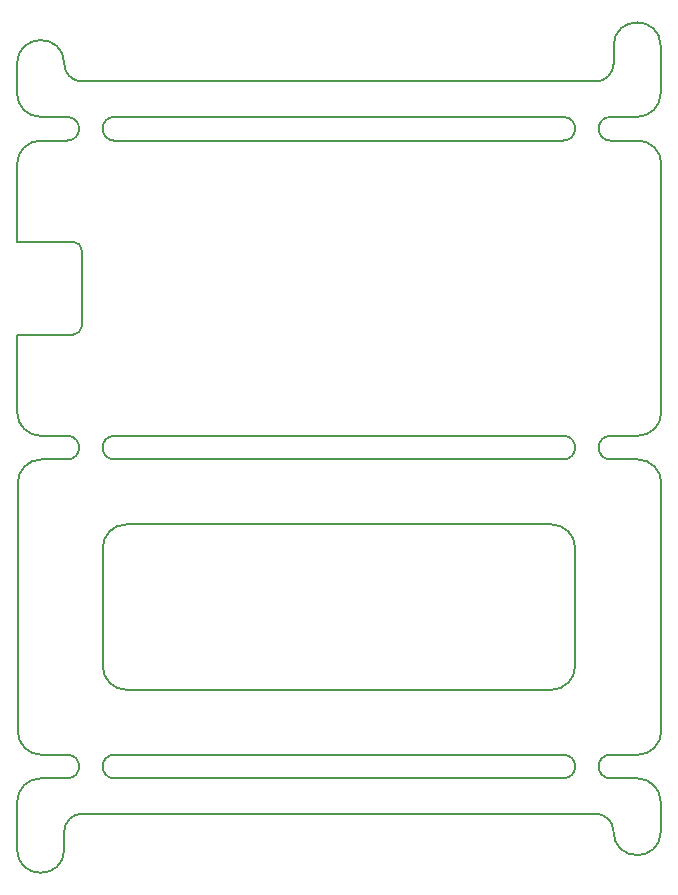
<source format=gko>
G04 #@! TF.GenerationSoftware,KiCad,Pcbnew,(5.1.4-0-10_14)*
G04 #@! TF.CreationDate,2019-11-04T12:37:15+13:00*
G04 #@! TF.ProjectId,rng-pcb,726e672d-7063-4622-9e6b-696361645f70,rev?*
G04 #@! TF.SameCoordinates,PX7bfa480PY77afa60*
G04 #@! TF.FileFunction,Profile,NP*
%FSLAX46Y46*%
G04 Gerber Fmt 4.6, Leading zero omitted, Abs format (unit mm)*
G04 Created by KiCad (PCBNEW (5.1.4-0-10_14)) date 2019-11-04 12:37:15*
%MOMM*%
%LPD*%
G04 APERTURE LIST*
%ADD10C,0.150000*%
G04 APERTURE END LIST*
D10*
X55200000Y70500000D02*
X55200000Y66500000D01*
X6200000Y67500000D02*
G75*
G02X4700000Y69000000I0J1500000D01*
G01*
X51200000Y69000000D02*
G75*
G02X49700000Y67500000I-1500000J0D01*
G01*
X51200000Y70500000D02*
X51200000Y69000000D01*
X51200000Y70500000D02*
G75*
G02X55200000Y70500000I2000000J0D01*
G01*
X2700000Y64500000D02*
G75*
G02X700000Y66500000I0J2000000D01*
G01*
X700000Y69000000D02*
G75*
G02X4700000Y69000000I2000000J0D01*
G01*
X55200000Y66500000D02*
G75*
G02X53200000Y64500000I-2000000J0D01*
G01*
X49700000Y67500000D02*
X6200000Y67500000D01*
X700000Y69000000D02*
X700000Y66500000D01*
X55200000Y4000000D02*
X55200000Y6500000D01*
X50950000Y64500000D02*
X53200000Y64500000D01*
X2700000Y64500000D02*
X4950000Y64500000D01*
X2700000Y8500000D02*
X4950000Y8500000D01*
X50950000Y8500000D02*
X53200000Y8500000D01*
X50950000Y10500000D02*
X53250000Y10500000D01*
X4950000Y10500000D02*
X2750000Y10500000D01*
X2700000Y37500000D02*
X4950000Y37500000D01*
X4950000Y35500000D02*
X2750000Y35500000D01*
X50950000Y35500000D02*
X53250000Y35500000D01*
X53250000Y37500000D02*
X50950000Y37500000D01*
X50950000Y62500000D02*
X53250000Y62500000D01*
X4950000Y62500000D02*
X2700000Y62500000D01*
X4700000Y2500000D02*
X4700000Y4000000D01*
X4700000Y4000000D02*
G75*
G02X6200000Y5500000I1500000J0D01*
G01*
X49700000Y5500000D02*
G75*
G02X51200000Y4000000I0J-1500000D01*
G01*
X700000Y2500000D02*
X700000Y6500000D01*
X6200000Y5500000D02*
X49700000Y5500000D01*
X700000Y6500000D02*
G75*
G02X2700000Y8500000I2000000J0D01*
G01*
X53200000Y8500000D02*
G75*
G02X55200000Y6500000I0J-2000000D01*
G01*
X55200000Y4000000D02*
G75*
G02X51200000Y4000000I-2000000J0D01*
G01*
X4700000Y2500000D02*
G75*
G02X700000Y2500000I-2000000J0D01*
G01*
X5400000Y53950000D02*
X700000Y53950000D01*
X700000Y60500000D02*
X700000Y53950000D01*
X700000Y46050000D02*
X700000Y39500000D01*
X5400000Y46050000D02*
X700000Y46050000D01*
X6200000Y53150000D02*
X6200000Y46850000D01*
X6200000Y46850000D02*
G75*
G02X5400000Y46050000I-800000J0D01*
G01*
X5400000Y53950000D02*
G75*
G02X6200000Y53150000I0J-800000D01*
G01*
X4950000Y10500000D02*
G75*
G02X4950000Y8500000I0J-1000000D01*
G01*
X46950000Y10500000D02*
G75*
G02X46950000Y8500000I0J-1000000D01*
G01*
X50950000Y8500000D02*
G75*
G02X50950000Y10500000I0J1000000D01*
G01*
X8950000Y8500000D02*
G75*
G02X8950000Y10500000I0J1000000D01*
G01*
X8950000Y10500000D02*
X46950000Y10500000D01*
X46950000Y8500000D02*
X8950000Y8500000D01*
X7950000Y28000000D02*
X7950000Y18000000D01*
X9950000Y16000000D02*
X45950000Y16000000D01*
X9950000Y16000000D02*
G75*
G02X7950000Y18000000I0J2000000D01*
G01*
X47950000Y18000000D02*
G75*
G02X45950000Y16000000I-2000000J0D01*
G01*
X47950000Y28000000D02*
X47950000Y18000000D01*
X45950000Y30000000D02*
G75*
G02X47950000Y28000000I0J-2000000D01*
G01*
X9950000Y30000000D02*
X45950000Y30000000D01*
X7950000Y28000000D02*
G75*
G02X9950000Y30000000I2000000J0D01*
G01*
X46950000Y62500000D02*
X8950000Y62500000D01*
X8950000Y64500000D02*
X46950000Y64500000D01*
X8950000Y62500000D02*
G75*
G02X8950000Y64500000I0J1000000D01*
G01*
X50950000Y62500000D02*
G75*
G02X50950000Y64500000I0J1000000D01*
G01*
X46950000Y64500000D02*
G75*
G02X46950000Y62500000I0J-1000000D01*
G01*
X4950000Y64500000D02*
G75*
G02X4950000Y62500000I0J-1000000D01*
G01*
X46950000Y35500000D02*
X8950000Y35500000D01*
X8950000Y37500000D02*
X46950000Y37500000D01*
X8950000Y35500000D02*
G75*
G02X8950000Y37500000I0J1000000D01*
G01*
X46950000Y37500000D02*
G75*
G02X46950000Y35500000I0J-1000000D01*
G01*
X50950000Y35500000D02*
G75*
G02X50950000Y37500000I0J1000000D01*
G01*
X4950000Y37500000D02*
G75*
G02X4950000Y35500000I0J-1000000D01*
G01*
X750000Y33500000D02*
G75*
G02X2750000Y35500000I2000000J0D01*
G01*
X53250000Y35500000D02*
G75*
G02X55250000Y33500000I0J-2000000D01*
G01*
X55250000Y12500000D02*
G75*
G02X53250000Y10500000I-2000000J0D01*
G01*
X2750000Y10500000D02*
G75*
G02X750000Y12500000I0J2000000D01*
G01*
X55250000Y12500000D02*
X55250000Y33500000D01*
X750000Y33500000D02*
X750000Y12500000D01*
X55250000Y39500000D02*
X55250000Y60500000D01*
X2700000Y37500000D02*
G75*
G02X700000Y39500000I0J2000000D01*
G01*
X55250000Y39500000D02*
G75*
G02X53250000Y37500000I-2000000J0D01*
G01*
X53250000Y62500000D02*
G75*
G02X55250000Y60500000I0J-2000000D01*
G01*
X700000Y60500000D02*
G75*
G02X2700000Y62500000I2000000J0D01*
G01*
M02*

</source>
